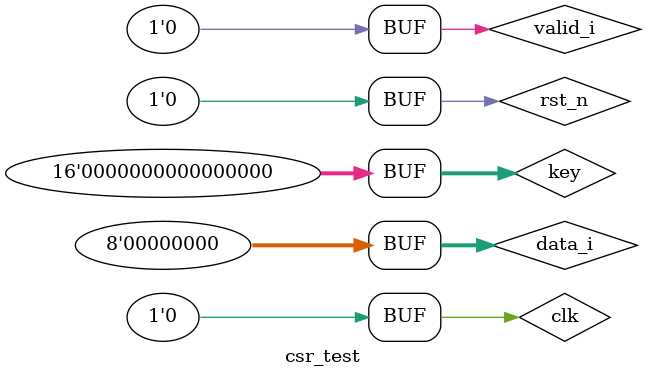
<source format=v>
`timescale 1ns / 1ps


module csr_test;

	// Inputs
	reg clk;
	reg rst_n;
	reg [7:0] data_i;
	reg valid_i;
	reg [15:0] key;

	// Outputs
	wire [7:0] data_o;
	wire valid_o;

	// Instantiate the Unit Under Test (UUT)
	ceasar_decryption uut (
		.clk(clk), 
		.rst_n(rst_n), 
		.data_i(data_i), 
		.valid_i(valid_i), 
		.key(key), 
		.data_o(data_o), 
		.valid_o(valid_o)
	);

	initial begin
		// Initialize Inputs
		clk = 0;
		rst_n = 0;
		data_i = 0;
		valid_i = 0;
		key = 0;

		// Wait 100 ns for global reset to finish
		#100;
        
		// Add stimulus here

	end
      
endmodule


</source>
